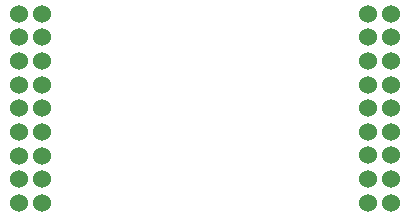
<source format=gbp>
G04 #@! TF.GenerationSoftware,KiCad,Pcbnew,7.0.6-0*
G04 #@! TF.CreationDate,2023-11-15T10:51:59-05:00*
G04 #@! TF.ProjectId,AntSniffer,416e7453-6e69-4666-9665-722e6b696361,rev?*
G04 #@! TF.SameCoordinates,Original*
G04 #@! TF.FileFunction,Paste,Bot*
G04 #@! TF.FilePolarity,Positive*
%FSLAX46Y46*%
G04 Gerber Fmt 4.6, Leading zero omitted, Abs format (unit mm)*
G04 Created by KiCad (PCBNEW 7.0.6-0) date 2023-11-15 10:51:59*
%MOMM*%
%LPD*%
G01*
G04 APERTURE LIST*
%ADD10C,1.524000*%
G04 APERTURE END LIST*
D10*
X182301000Y-49759600D03*
X184300000Y-49759600D03*
X182301000Y-51758600D03*
X184300000Y-51758600D03*
X182300000Y-53759600D03*
X184300000Y-53759600D03*
X182300000Y-55759600D03*
X184300000Y-55759600D03*
X182300000Y-57759600D03*
X184300000Y-57759600D03*
X182300000Y-59759600D03*
X184300000Y-59759600D03*
X182300000Y-61759600D03*
X184300000Y-61759600D03*
X182300000Y-63759600D03*
X184300000Y-63759600D03*
X182300000Y-65759600D03*
X184300000Y-65759600D03*
X154769000Y-49771800D03*
X152770000Y-49771800D03*
X154769000Y-51770800D03*
X152770000Y-51770800D03*
X154770000Y-53771800D03*
X152770000Y-53771800D03*
X154770000Y-55771800D03*
X152770000Y-55771800D03*
X154770000Y-57771800D03*
X152770000Y-57771800D03*
X154770000Y-59771800D03*
X152770000Y-59771800D03*
X154770000Y-61771800D03*
X152770000Y-61771800D03*
X154770000Y-63771800D03*
X152770000Y-63771800D03*
X154770000Y-65771800D03*
X152770000Y-65771800D03*
M02*

</source>
